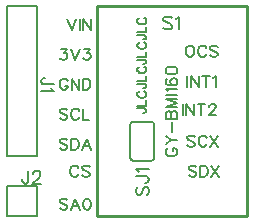
<source format=gto>
G04 Layer: TopSilkscreenLayer*
G04 EasyEDA v6.5.22, 2023-01-09 16:32:10*
G04 a5f1863f92214070b907f627d0471349,a9f00e695b414744abbaf3eb758947ea,10*
G04 Gerber Generator version 0.2*
G04 Scale: 100 percent, Rotated: No, Reflected: No *
G04 Dimensions in millimeters *
G04 leading zeros omitted , absolute positions ,4 integer and 5 decimal *
%FSLAX45Y45*%
%MOMM*%

%ADD10C,0.2000*%
%ADD11C,0.1524*%
%ADD12C,0.2032*%
%ADD13C,0.2030*%
%ADD14C,0.2540*%
%ADD15C,0.0125*%

%LPD*%
D10*
X1481328Y4849621D02*
G01*
X1539494Y4849621D01*
X1550415Y4846065D01*
X1554226Y4842510D01*
X1557781Y4835144D01*
X1557781Y4827778D01*
X1554226Y4820665D01*
X1550415Y4816855D01*
X1539494Y4813300D01*
X1532381Y4813300D01*
X1481328Y4873752D02*
G01*
X1557781Y4873752D01*
X1557781Y4873752D02*
G01*
X1557781Y4917186D01*
X1499615Y4995926D02*
G01*
X1492250Y4992115D01*
X1484884Y4985004D01*
X1481328Y4977637D01*
X1481328Y4963160D01*
X1484884Y4955794D01*
X1492250Y4948681D01*
X1499615Y4944871D01*
X1510537Y4941315D01*
X1528571Y4941315D01*
X1539494Y4944871D01*
X1546860Y4948681D01*
X1554226Y4955794D01*
X1557781Y4963160D01*
X1557781Y4977637D01*
X1554226Y4985004D01*
X1546860Y4992115D01*
X1539494Y4995926D01*
X1481328Y5056123D02*
G01*
X1539494Y5056123D01*
X1550415Y5052568D01*
X1554226Y5049012D01*
X1557781Y5041645D01*
X1557781Y5034279D01*
X1554226Y5027168D01*
X1550415Y5023357D01*
X1539494Y5019802D01*
X1532381Y5019802D01*
X1481328Y5080254D02*
G01*
X1557781Y5080254D01*
X1557781Y5080254D02*
G01*
X1557781Y5123942D01*
X1499615Y5202428D02*
G01*
X1492250Y5198871D01*
X1484884Y5191505D01*
X1481328Y5184139D01*
X1481328Y5169662D01*
X1484884Y5162295D01*
X1492250Y5155184D01*
X1499615Y5151373D01*
X1510537Y5147818D01*
X1528571Y5147818D01*
X1539494Y5151373D01*
X1546860Y5155184D01*
X1554226Y5162295D01*
X1557781Y5169662D01*
X1557781Y5184139D01*
X1554226Y5191505D01*
X1546860Y5198871D01*
X1539494Y5202428D01*
X1481328Y5262879D02*
G01*
X1539494Y5262879D01*
X1550415Y5259070D01*
X1554226Y5255513D01*
X1557781Y5248147D01*
X1557781Y5241036D01*
X1554226Y5233670D01*
X1550415Y5230113D01*
X1539494Y5226304D01*
X1532381Y5226304D01*
X1481328Y5286755D02*
G01*
X1557781Y5286755D01*
X1557781Y5286755D02*
G01*
X1557781Y5330444D01*
X1499615Y5408929D02*
G01*
X1492250Y5405373D01*
X1484884Y5398007D01*
X1481328Y5390642D01*
X1481328Y5376163D01*
X1484884Y5369052D01*
X1492250Y5361686D01*
X1499615Y5358129D01*
X1510537Y5354320D01*
X1528571Y5354320D01*
X1539494Y5358129D01*
X1546860Y5361686D01*
X1554226Y5369052D01*
X1557781Y5376163D01*
X1557781Y5390642D01*
X1554226Y5398007D01*
X1546860Y5405373D01*
X1539494Y5408929D01*
X1481328Y5469381D02*
G01*
X1539494Y5469381D01*
X1550415Y5465571D01*
X1554226Y5462015D01*
X1557781Y5454650D01*
X1557781Y5447537D01*
X1554226Y5440171D01*
X1550415Y5436615D01*
X1539494Y5433060D01*
X1532381Y5433060D01*
X1481328Y5493257D02*
G01*
X1557781Y5493257D01*
X1557781Y5493257D02*
G01*
X1557781Y5536945D01*
X1499615Y5615431D02*
G01*
X1492250Y5611876D01*
X1484884Y5604510D01*
X1481328Y5597397D01*
X1481328Y5582665D01*
X1484884Y5575554D01*
X1492250Y5568187D01*
X1499615Y5564631D01*
X1510537Y5560821D01*
X1528571Y5560821D01*
X1539494Y5564631D01*
X1546860Y5568187D01*
X1554226Y5575554D01*
X1557781Y5582665D01*
X1557781Y5597397D01*
X1554226Y5604510D01*
X1546860Y5611876D01*
X1539494Y5615431D01*
D11*
X1487678Y4187444D02*
G01*
X1477263Y4177029D01*
X1472184Y4161536D01*
X1472184Y4140707D01*
X1477263Y4125213D01*
X1487678Y4114800D01*
X1498092Y4114800D01*
X1508505Y4119879D01*
X1513839Y4125213D01*
X1518920Y4135628D01*
X1529334Y4166870D01*
X1534413Y4177029D01*
X1539747Y4182363D01*
X1550162Y4187444D01*
X1565655Y4187444D01*
X1576070Y4177029D01*
X1581150Y4161536D01*
X1581150Y4140707D01*
X1576070Y4125213D01*
X1565655Y4114800D01*
X1472184Y4273804D02*
G01*
X1555242Y4273804D01*
X1570989Y4268470D01*
X1576070Y4263389D01*
X1581150Y4252976D01*
X1581150Y4242562D01*
X1576070Y4232147D01*
X1570989Y4227068D01*
X1555242Y4221734D01*
X1544828Y4221734D01*
X1493012Y4308094D02*
G01*
X1487678Y4318507D01*
X1472184Y4334002D01*
X1581150Y4334002D01*
X775715Y5053329D02*
G01*
X692657Y5053329D01*
X676910Y5058663D01*
X671829Y5063744D01*
X666750Y5074157D01*
X666750Y5084571D01*
X671829Y5094986D01*
X676910Y5100320D01*
X692657Y5105400D01*
X703071Y5105400D01*
X754887Y5019039D02*
G01*
X760221Y5008879D01*
X775715Y4993131D01*
X666750Y4993131D01*
X560070Y4321555D02*
G01*
X560070Y4238497D01*
X554736Y4222750D01*
X549655Y4217670D01*
X539242Y4212589D01*
X528828Y4212589D01*
X518413Y4217670D01*
X513079Y4222750D01*
X508000Y4238497D01*
X508000Y4248912D01*
X599439Y4295647D02*
G01*
X599439Y4300728D01*
X604520Y4311142D01*
X609854Y4316476D01*
X620268Y4321555D01*
X641095Y4321555D01*
X651510Y4316476D01*
X656589Y4311142D01*
X661670Y4300728D01*
X661670Y4290313D01*
X656589Y4279900D01*
X646176Y4264405D01*
X594360Y4212589D01*
X667004Y4212589D01*
X1774444Y5611621D02*
G01*
X1764029Y5622036D01*
X1748536Y5627115D01*
X1727707Y5627115D01*
X1712213Y5622036D01*
X1701800Y5611621D01*
X1701800Y5601207D01*
X1706879Y5590794D01*
X1712213Y5585460D01*
X1722628Y5580379D01*
X1753870Y5569965D01*
X1764029Y5564886D01*
X1769363Y5559552D01*
X1774444Y5549137D01*
X1774444Y5533644D01*
X1764029Y5523229D01*
X1748536Y5518150D01*
X1727707Y5518150D01*
X1712213Y5523229D01*
X1701800Y5533644D01*
X1808734Y5606287D02*
G01*
X1819147Y5611621D01*
X1834895Y5627115D01*
X1834895Y5518150D01*
D12*
X1920128Y5381861D02*
G01*
X1910730Y5377289D01*
X1901586Y5367891D01*
X1897014Y5358747D01*
X1892188Y5344777D01*
X1892188Y5321663D01*
X1897014Y5307947D01*
X1901586Y5298803D01*
X1910730Y5289405D01*
X1920128Y5284833D01*
X1938416Y5284833D01*
X1947814Y5289405D01*
X1956958Y5298803D01*
X1961530Y5307947D01*
X1966102Y5321663D01*
X1966102Y5344777D01*
X1961530Y5358747D01*
X1956958Y5367891D01*
X1947814Y5377289D01*
X1938416Y5381861D01*
X1920128Y5381861D01*
X2065924Y5358747D02*
G01*
X2061352Y5367891D01*
X2052208Y5377289D01*
X2042810Y5381861D01*
X2024268Y5381861D01*
X2015124Y5377289D01*
X2005980Y5367891D01*
X2001408Y5358747D01*
X1996582Y5344777D01*
X1996582Y5321663D01*
X2001408Y5307947D01*
X2005980Y5298803D01*
X2015124Y5289405D01*
X2024268Y5284833D01*
X2042810Y5284833D01*
X2052208Y5289405D01*
X2061352Y5298803D01*
X2065924Y5307947D01*
X2161174Y5367891D02*
G01*
X2151776Y5377289D01*
X2138060Y5381861D01*
X2119518Y5381861D01*
X2105548Y5377289D01*
X2096404Y5367891D01*
X2096404Y5358747D01*
X2100976Y5349603D01*
X2105548Y5344777D01*
X2114946Y5340205D01*
X2142632Y5331061D01*
X2151776Y5326489D01*
X2156348Y5321663D01*
X2161174Y5312519D01*
X2161174Y5298803D01*
X2151776Y5289405D01*
X2138060Y5284833D01*
X2119518Y5284833D01*
X2105548Y5289405D01*
X2096404Y5298803D01*
X1905063Y5127805D02*
G01*
X1905063Y5030777D01*
X1935543Y5127805D02*
G01*
X1935543Y5030777D01*
X1935543Y5127805D02*
G01*
X2000059Y5030777D01*
X2000059Y5127805D02*
G01*
X2000059Y5030777D01*
X2063051Y5127805D02*
G01*
X2063051Y5030777D01*
X2030539Y5127805D02*
G01*
X2095309Y5127805D01*
X2125789Y5109263D02*
G01*
X2134933Y5113835D01*
X2148903Y5127805D01*
X2148903Y5030777D01*
X1866968Y4886510D02*
G01*
X1866968Y4789482D01*
X1897448Y4886510D02*
G01*
X1897448Y4789482D01*
X1897448Y4886510D02*
G01*
X1961964Y4789482D01*
X1961964Y4886510D02*
G01*
X1961964Y4789482D01*
X2024956Y4886510D02*
G01*
X2024956Y4789482D01*
X1992444Y4886510D02*
G01*
X2057214Y4886510D01*
X2092266Y4863396D02*
G01*
X2092266Y4867968D01*
X2096838Y4877366D01*
X2101410Y4881938D01*
X2110808Y4886510D01*
X2129096Y4886510D01*
X2138494Y4881938D01*
X2143066Y4877366D01*
X2147638Y4867968D01*
X2147638Y4858824D01*
X2143066Y4849680D01*
X2133922Y4835710D01*
X2087694Y4789482D01*
X2152210Y4789482D01*
X1969582Y4605840D02*
G01*
X1960438Y4615238D01*
X1946468Y4619810D01*
X1928180Y4619810D01*
X1914210Y4615238D01*
X1905066Y4605840D01*
X1905066Y4596696D01*
X1909638Y4587552D01*
X1914210Y4582980D01*
X1923354Y4578154D01*
X1951294Y4569010D01*
X1960438Y4564438D01*
X1965010Y4559866D01*
X1969582Y4550468D01*
X1969582Y4536752D01*
X1960438Y4527354D01*
X1946468Y4522782D01*
X1928180Y4522782D01*
X1914210Y4527354D01*
X1905066Y4536752D01*
X2069404Y4596696D02*
G01*
X2064832Y4605840D01*
X2055434Y4615238D01*
X2046290Y4619810D01*
X2027748Y4619810D01*
X2018604Y4615238D01*
X2009460Y4605840D01*
X2004634Y4596696D01*
X2000062Y4582980D01*
X2000062Y4559866D01*
X2004634Y4545896D01*
X2009460Y4536752D01*
X2018604Y4527354D01*
X2027748Y4522782D01*
X2046290Y4522782D01*
X2055434Y4527354D01*
X2064832Y4536752D01*
X2069404Y4545896D01*
X2099884Y4619810D02*
G01*
X2164654Y4522782D01*
X2164654Y4619810D02*
G01*
X2099884Y4522782D01*
X1982279Y4351837D02*
G01*
X1973135Y4361235D01*
X1959165Y4365807D01*
X1940877Y4365807D01*
X1926907Y4361235D01*
X1917763Y4351837D01*
X1917763Y4342693D01*
X1922335Y4333549D01*
X1926907Y4328977D01*
X1936051Y4324151D01*
X1963991Y4315007D01*
X1973135Y4310435D01*
X1977707Y4305863D01*
X1982279Y4296465D01*
X1982279Y4282749D01*
X1973135Y4273351D01*
X1959165Y4268779D01*
X1940877Y4268779D01*
X1926907Y4273351D01*
X1917763Y4282749D01*
X2012759Y4365807D02*
G01*
X2012759Y4268779D01*
X2012759Y4365807D02*
G01*
X2045271Y4365807D01*
X2058987Y4361235D01*
X2068131Y4351837D01*
X2072957Y4342693D01*
X2077529Y4328977D01*
X2077529Y4305863D01*
X2072957Y4291893D01*
X2068131Y4282749D01*
X2058987Y4273351D01*
X2045271Y4268779D01*
X2012759Y4268779D01*
X2108009Y4365807D02*
G01*
X2172525Y4268779D01*
X2172525Y4365807D02*
G01*
X2108009Y4268779D01*
X888951Y5610588D02*
G01*
X926035Y5513560D01*
X962865Y5610588D02*
G01*
X926035Y5513560D01*
X993345Y5610588D02*
G01*
X993345Y5513560D01*
X1023825Y5610588D02*
G01*
X1023825Y5513560D01*
X1023825Y5610588D02*
G01*
X1088595Y5513560D01*
X1088595Y5610588D02*
G01*
X1088595Y5513560D01*
X834699Y5356486D02*
G01*
X885499Y5356486D01*
X857813Y5319656D01*
X871783Y5319656D01*
X880927Y5314830D01*
X885499Y5310258D01*
X890071Y5296542D01*
X890071Y5287144D01*
X885499Y5273428D01*
X876355Y5264030D01*
X862385Y5259458D01*
X848669Y5259458D01*
X834699Y5264030D01*
X830127Y5268856D01*
X825555Y5278000D01*
X920551Y5356486D02*
G01*
X957635Y5259458D01*
X994465Y5356486D02*
G01*
X957635Y5259458D01*
X1034343Y5356486D02*
G01*
X1085143Y5356486D01*
X1057203Y5319656D01*
X1071173Y5319656D01*
X1080317Y5314830D01*
X1085143Y5310258D01*
X1089715Y5296542D01*
X1089715Y5287144D01*
X1085143Y5273428D01*
X1075745Y5264030D01*
X1062029Y5259458D01*
X1048059Y5259458D01*
X1034343Y5264030D01*
X1029517Y5268856D01*
X1024945Y5278000D01*
X894641Y5079372D02*
G01*
X890069Y5088516D01*
X880925Y5097914D01*
X871781Y5102486D01*
X853239Y5102486D01*
X843841Y5097914D01*
X834697Y5088516D01*
X830125Y5079372D01*
X825553Y5065656D01*
X825553Y5042542D01*
X830125Y5028572D01*
X834697Y5019428D01*
X843841Y5010030D01*
X853239Y5005458D01*
X871781Y5005458D01*
X880925Y5010030D01*
X890069Y5019428D01*
X894641Y5028572D01*
X894641Y5042542D01*
X871781Y5042542D02*
G01*
X894641Y5042542D01*
X925121Y5102486D02*
G01*
X925121Y5005458D01*
X925121Y5102486D02*
G01*
X989891Y5005458D01*
X989891Y5102486D02*
G01*
X989891Y5005458D01*
X1020371Y5102486D02*
G01*
X1020371Y5005458D01*
X1020371Y5102486D02*
G01*
X1052629Y5102486D01*
X1066599Y5097914D01*
X1075743Y5088516D01*
X1080315Y5079372D01*
X1085141Y5065656D01*
X1085141Y5042542D01*
X1080315Y5028572D01*
X1075743Y5019428D01*
X1066599Y5010030D01*
X1052629Y5005458D01*
X1020371Y5005458D01*
X890150Y4580569D02*
G01*
X881006Y4589967D01*
X867036Y4594539D01*
X848494Y4594539D01*
X834778Y4589967D01*
X825380Y4580569D01*
X825380Y4571425D01*
X830206Y4562281D01*
X834778Y4557455D01*
X843922Y4552883D01*
X871608Y4543739D01*
X881006Y4539167D01*
X885578Y4534341D01*
X890150Y4525197D01*
X890150Y4511481D01*
X881006Y4502083D01*
X867036Y4497511D01*
X848494Y4497511D01*
X834778Y4502083D01*
X825380Y4511481D01*
X920630Y4594539D02*
G01*
X920630Y4497511D01*
X920630Y4594539D02*
G01*
X952888Y4594539D01*
X966858Y4589967D01*
X976002Y4580569D01*
X980574Y4571425D01*
X985400Y4557455D01*
X985400Y4534341D01*
X980574Y4520625D01*
X976002Y4511481D01*
X966858Y4502083D01*
X952888Y4497511D01*
X920630Y4497511D01*
X1052710Y4594539D02*
G01*
X1015880Y4497511D01*
X1052710Y4594539D02*
G01*
X1089540Y4497511D01*
X1029596Y4529769D02*
G01*
X1075824Y4529769D01*
X983622Y4342742D02*
G01*
X979050Y4351886D01*
X969906Y4361284D01*
X960508Y4365856D01*
X942220Y4365856D01*
X932822Y4361284D01*
X923678Y4351886D01*
X919106Y4342742D01*
X914280Y4328772D01*
X914280Y4305658D01*
X919106Y4291942D01*
X923678Y4282798D01*
X932822Y4273400D01*
X942220Y4268828D01*
X960508Y4268828D01*
X969906Y4273400D01*
X979050Y4282798D01*
X983622Y4291942D01*
X1078872Y4351886D02*
G01*
X1069474Y4361284D01*
X1055758Y4365856D01*
X1037216Y4365856D01*
X1023500Y4361284D01*
X1014102Y4351886D01*
X1014102Y4342742D01*
X1018674Y4333598D01*
X1023500Y4328772D01*
X1032644Y4324200D01*
X1060330Y4315056D01*
X1069474Y4310484D01*
X1074300Y4305658D01*
X1078872Y4296514D01*
X1078872Y4282798D01*
X1069474Y4273400D01*
X1055758Y4268828D01*
X1037216Y4268828D01*
X1023500Y4273400D01*
X1014102Y4282798D01*
X890079Y4072519D02*
G01*
X880935Y4081917D01*
X866965Y4086489D01*
X848677Y4086489D01*
X834707Y4081917D01*
X825563Y4072519D01*
X825563Y4063375D01*
X830135Y4054231D01*
X834707Y4049659D01*
X843851Y4044833D01*
X871791Y4035689D01*
X880935Y4031117D01*
X885507Y4026545D01*
X890079Y4017147D01*
X890079Y4003431D01*
X880935Y3994033D01*
X866965Y3989461D01*
X848677Y3989461D01*
X834707Y3994033D01*
X825563Y4003431D01*
X957643Y4086489D02*
G01*
X920559Y3989461D01*
X957643Y4086489D02*
G01*
X994473Y3989461D01*
X934529Y4021719D02*
G01*
X980757Y4021719D01*
X1052639Y4086489D02*
G01*
X1038923Y4081917D01*
X1029525Y4067947D01*
X1024953Y4044833D01*
X1024953Y4031117D01*
X1029525Y4008003D01*
X1038923Y3994033D01*
X1052639Y3989461D01*
X1062037Y3989461D01*
X1075753Y3994033D01*
X1085151Y4008003D01*
X1089723Y4031117D01*
X1089723Y4044833D01*
X1085151Y4067947D01*
X1075753Y4081917D01*
X1062037Y4086489D01*
X1052639Y4086489D01*
X890089Y4834514D02*
G01*
X880945Y4843912D01*
X866975Y4848484D01*
X848687Y4848484D01*
X834717Y4843912D01*
X825573Y4834514D01*
X825573Y4825370D01*
X830145Y4816226D01*
X834717Y4811654D01*
X843861Y4806828D01*
X871801Y4797684D01*
X880945Y4793112D01*
X885517Y4788540D01*
X890089Y4779142D01*
X890089Y4765426D01*
X880945Y4756028D01*
X866975Y4751456D01*
X848687Y4751456D01*
X834717Y4756028D01*
X825573Y4765426D01*
X989911Y4825370D02*
G01*
X985339Y4834514D01*
X975941Y4843912D01*
X966797Y4848484D01*
X948255Y4848484D01*
X939111Y4843912D01*
X929967Y4834514D01*
X925141Y4825370D01*
X920569Y4811654D01*
X920569Y4788540D01*
X925141Y4774570D01*
X929967Y4765426D01*
X939111Y4756028D01*
X948255Y4751456D01*
X966797Y4751456D01*
X975941Y4756028D01*
X985339Y4765426D01*
X989911Y4774570D01*
X1020391Y4848484D02*
G01*
X1020391Y4751456D01*
X1020391Y4751456D02*
G01*
X1075763Y4751456D01*
X1745678Y4514359D02*
G01*
X1736443Y4509742D01*
X1727205Y4500504D01*
X1722587Y4491268D01*
X1722587Y4472795D01*
X1727205Y4463559D01*
X1736443Y4454321D01*
X1745678Y4449704D01*
X1759534Y4445086D01*
X1782625Y4445086D01*
X1796478Y4449704D01*
X1805713Y4454321D01*
X1814951Y4463559D01*
X1819569Y4472795D01*
X1819569Y4491268D01*
X1814951Y4500504D01*
X1805713Y4509742D01*
X1796478Y4514359D01*
X1782625Y4514359D01*
X1782625Y4491268D02*
G01*
X1782625Y4514359D01*
X1722587Y4544839D02*
G01*
X1768769Y4581784D01*
X1819569Y4581784D01*
X1722587Y4618730D02*
G01*
X1768769Y4581784D01*
X1778005Y4649210D02*
G01*
X1778005Y4732337D01*
X1722587Y4762817D02*
G01*
X1819569Y4762817D01*
X1722587Y4762817D02*
G01*
X1722587Y4804382D01*
X1727205Y4818235D01*
X1731825Y4822852D01*
X1741060Y4827470D01*
X1750296Y4827470D01*
X1759534Y4822852D01*
X1764151Y4818235D01*
X1768769Y4804382D01*
X1768769Y4762817D02*
G01*
X1768769Y4804382D01*
X1773387Y4818235D01*
X1778005Y4822852D01*
X1787243Y4827470D01*
X1801096Y4827470D01*
X1810334Y4822852D01*
X1814951Y4818235D01*
X1819569Y4804382D01*
X1819569Y4762817D01*
X1722587Y4857950D02*
G01*
X1819569Y4857950D01*
X1722587Y4857950D02*
G01*
X1819569Y4894897D01*
X1722587Y4931841D02*
G01*
X1819569Y4894897D01*
X1722587Y4931841D02*
G01*
X1819569Y4931841D01*
X1722587Y4962321D02*
G01*
X1819569Y4962321D01*
X1741060Y4992801D02*
G01*
X1736443Y5002039D01*
X1722587Y5015892D01*
X1819569Y5015892D01*
X1736443Y5101790D02*
G01*
X1727205Y5097172D01*
X1722587Y5083319D01*
X1722587Y5074081D01*
X1727205Y5060228D01*
X1741060Y5050990D01*
X1764151Y5046372D01*
X1787243Y5046372D01*
X1805713Y5050990D01*
X1814951Y5060228D01*
X1819569Y5074081D01*
X1819569Y5078702D01*
X1814951Y5092555D01*
X1805713Y5101790D01*
X1791860Y5106410D01*
X1787243Y5106410D01*
X1773387Y5101790D01*
X1764151Y5092555D01*
X1759534Y5078702D01*
X1759534Y5074081D01*
X1764151Y5060228D01*
X1773387Y5050990D01*
X1787243Y5046372D01*
X1722587Y5164599D02*
G01*
X1727205Y5150744D01*
X1741060Y5141508D01*
X1764151Y5136890D01*
X1778005Y5136890D01*
X1801096Y5141508D01*
X1814951Y5150744D01*
X1819569Y5164599D01*
X1819569Y5173835D01*
X1814951Y5187690D01*
X1801096Y5196926D01*
X1778005Y5201544D01*
X1764151Y5201544D01*
X1741060Y5196926D01*
X1727205Y5187690D01*
X1722587Y5173835D01*
X1722587Y5164599D01*
X1625600Y4711700D02*
G01*
X1625600Y4432300D01*
X1600200Y4737100D02*
G01*
X1447800Y4737100D01*
X1600200Y4406900D02*
G01*
X1447800Y4406900D01*
X1422400Y4432300D02*
G01*
X1422400Y4711700D01*
X635000Y5524500D02*
G01*
X635000Y5715000D01*
X381000Y5715000D01*
X381000Y4445000D01*
X635000Y4445000D01*
D13*
X635000Y4445000D02*
G01*
X635000Y5524500D01*
D12*
X635000Y3937000D02*
G01*
X381000Y3937000D01*
X381000Y4191000D01*
X635000Y4191000D01*
X635000Y4000500D01*
D13*
X635000Y3937000D02*
G01*
X635000Y4000500D01*
D14*
X1270000Y5715134D02*
G01*
X1143068Y5715086D01*
X1143000Y5588134D01*
X1143000Y3937134D01*
X1143000Y3937134D01*
X2286000Y3937134D01*
X2413068Y3937086D01*
X2413000Y4064134D01*
X2413000Y5588134D01*
X2413068Y5715086D01*
X2286000Y5715134D01*
X1270000Y5715134D01*
D12*
G75*
G01*
X1422400Y4711700D02*
G02*
X1447800Y4737100I25400J0D01*
G75*
G01*
X1447800Y4406900D02*
G02*
X1422400Y4432300I0J25400D01*
G75*
G01*
X1600200Y4406900D02*
G03*
X1625600Y4432300I0J25400D01*
G75*
G01*
X1625600Y4711700D02*
G03*
X1600200Y4737100I-25400J0D01*
M02*

</source>
